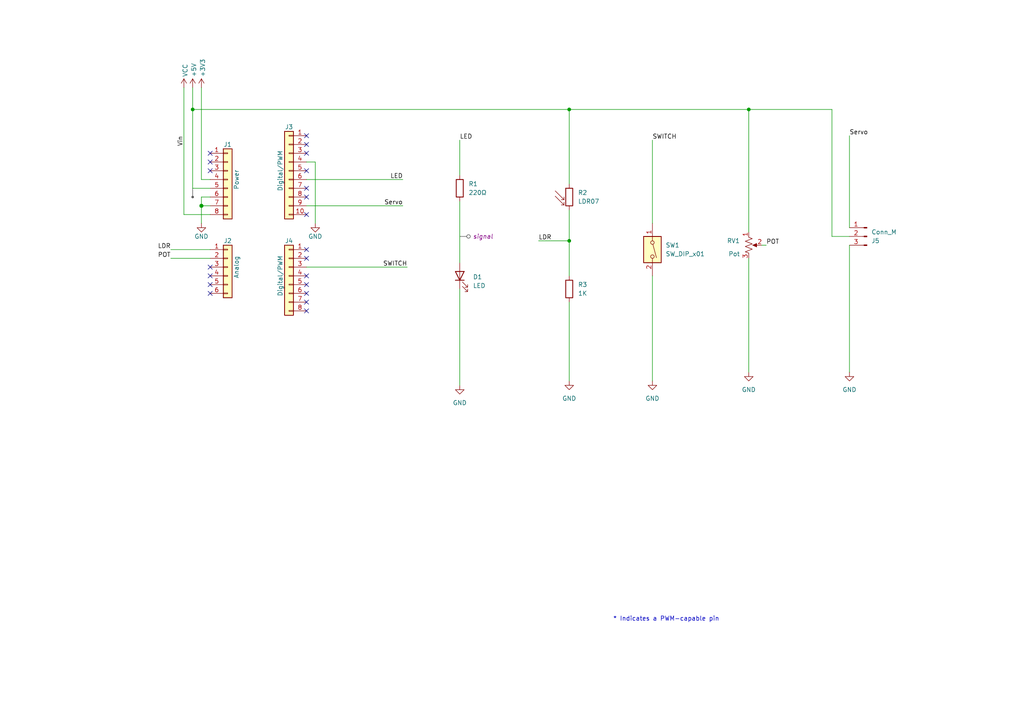
<source format=kicad_sch>
(kicad_sch (version 20230121) (generator eeschema)
  (paper "A4")
  (title_block (date "mar. 31 mars 2015"))
  (lib_symbols
    (symbol "Connector:Conn_01x03_Pin" (pin_names (offset 1.016) hide)
      (property "Reference" "J" (at 0 5.08 0))
      (property "Value" "Conn_01x03_Pin" (at 0 -5.08 0))
      (symbol "Conn_01x03_Pin_1_1"
        (polyline (pts (xy 1.27 -2.54) (xy 0.8636 -2.54)) (stroke (width 0.1524)))
        (polyline (pts (xy 1.27 0) (xy 0.8636 0)) (stroke (width 0.1524)))
        (polyline (pts (xy 1.27 2.54) (xy 0.8636 2.54)) (stroke (width 0.1524)))
        (rectangle (start 0.8636 -2.413) (end 0 -2.667) (stroke (width 0.1524)) (fill (type outline)))
        (rectangle (start 0.8636 0.127) (end 0 -0.127) (stroke (width 0.1524)) (fill (type outline)))
        (rectangle (start 0.8636 2.667) (end 0 2.413) (stroke (width 0.1524)) (fill (type outline)))
        (pin passive line (at 5.08 2.54 180) (length 3.81) (name "Pin_1") (number "1"))
        (pin passive line (at 5.08 0 180) (length 3.81) (name "Pin_2") (number "2"))
        (pin passive line (at 5.08 -2.54 180) (length 3.81) (name "Pin_3") (number "3"))
      )
    )
    (symbol "Connector_Generic:Conn_01x06" (pin_names (offset 1.016) hide)
      (property "Reference" "J" (at 0 7.62 0))
      (property "Value" "Conn_01x06" (at 0 -10.16 0))
      (symbol "Conn_01x06_1_1"
        (rectangle (start -1.27 -7.493) (end 0 -7.747) (stroke (width 0.1524)))
        (rectangle (start -1.27 -4.953) (end 0 -5.207) (stroke (width 0.1524)))
        (rectangle (start -1.27 -2.413) (end 0 -2.667) (stroke (width 0.1524)))
        (rectangle (start -1.27 0.127) (end 0 -0.127) (stroke (width 0.1524)))
        (rectangle (start -1.27 2.667) (end 0 2.413) (stroke (width 0.1524)))
        (rectangle (start -1.27 5.207) (end 0 4.953) (stroke (width 0.1524)))
        (rectangle (start -1.27 6.35) (end 1.27 -8.89) (stroke (width 0.254)) (fill (type background)))
        (pin passive line (at -5.08 5.08 0) (length 3.81) (name "Pin_1") (number "1"))
        (pin passive line (at -5.08 2.54 0) (length 3.81) (name "Pin_2") (number "2"))
        (pin passive line (at -5.08 0 0) (length 3.81) (name "Pin_3") (number "3"))
        (pin passive line (at -5.08 -2.54 0) (length 3.81) (name "Pin_4") (number "4"))
        (pin passive line (at -5.08 -5.08 0) (length 3.81) (name "Pin_5") (number "5"))
        (pin passive line (at -5.08 -7.62 0) (length 3.81) (name "Pin_6") (number "6"))
      )
    )
    (symbol "Connector_Generic:Conn_01x08" (pin_names (offset 1.016) hide)
      (property "Reference" "J" (at 0 10.16 0))
      (property "Value" "Conn_01x08" (at 0 -12.7 0))
      (symbol "Conn_01x08_1_1"
        (rectangle (start -1.27 -10.033) (end 0 -10.287) (stroke (width 0.1524)))
        (rectangle (start -1.27 -7.493) (end 0 -7.747) (stroke (width 0.1524)))
        (rectangle (start -1.27 -4.953) (end 0 -5.207) (stroke (width 0.1524)))
        (rectangle (start -1.27 -2.413) (end 0 -2.667) (stroke (width 0.1524)))
        (rectangle (start -1.27 0.127) (end 0 -0.127) (stroke (width 0.1524)))
        (rectangle (start -1.27 2.667) (end 0 2.413) (stroke (width 0.1524)))
        (rectangle (start -1.27 5.207) (end 0 4.953) (stroke (width 0.1524)))
        (rectangle (start -1.27 7.747) (end 0 7.493) (stroke (width 0.1524)))
        (rectangle (start -1.27 8.89) (end 1.27 -11.43) (stroke (width 0.254)) (fill (type background)))
        (pin passive line (at -5.08 7.62 0) (length 3.81) (name "Pin_1") (number "1"))
        (pin passive line (at -5.08 5.08 0) (length 3.81) (name "Pin_2") (number "2"))
        (pin passive line (at -5.08 2.54 0) (length 3.81) (name "Pin_3") (number "3"))
        (pin passive line (at -5.08 0 0) (length 3.81) (name "Pin_4") (number "4"))
        (pin passive line (at -5.08 -2.54 0) (length 3.81) (name "Pin_5") (number "5"))
        (pin passive line (at -5.08 -5.08 0) (length 3.81) (name "Pin_6") (number "6"))
        (pin passive line (at -5.08 -7.62 0) (length 3.81) (name "Pin_7") (number "7"))
        (pin passive line (at -5.08 -10.16 0) (length 3.81) (name "Pin_8") (number "8"))
      )
    )
    (symbol "Connector_Generic:Conn_01x10" (pin_names (offset 1.016) hide)
      (property "Reference" "J" (at 0 12.7 0))
      (property "Value" "Conn_01x10" (at 0 -15.24 0))
      (symbol "Conn_01x10_1_1"
        (rectangle (start -1.27 -12.573) (end 0 -12.827) (stroke (width 0.1524)))
        (rectangle (start -1.27 -10.033) (end 0 -10.287) (stroke (width 0.1524)))
        (rectangle (start -1.27 -7.493) (end 0 -7.747) (stroke (width 0.1524)))
        (rectangle (start -1.27 -4.953) (end 0 -5.207) (stroke (width 0.1524)))
        (rectangle (start -1.27 -2.413) (end 0 -2.667) (stroke (width 0.1524)))
        (rectangle (start -1.27 0.127) (end 0 -0.127) (stroke (width 0.1524)))
        (rectangle (start -1.27 2.667) (end 0 2.413) (stroke (width 0.1524)))
        (rectangle (start -1.27 5.207) (end 0 4.953) (stroke (width 0.1524)))
        (rectangle (start -1.27 7.747) (end 0 7.493) (stroke (width 0.1524)))
        (rectangle (start -1.27 10.287) (end 0 10.033) (stroke (width 0.1524)))
        (rectangle (start -1.27 11.43) (end 1.27 -13.97) (stroke (width 0.254)) (fill (type background)))
        (pin passive line (at -5.08 10.16 0) (length 3.81) (name "Pin_1") (number "1"))
        (pin passive line (at -5.08 -12.7 0) (length 3.81) (name "Pin_10") (number "10"))
        (pin passive line (at -5.08 7.62 0) (length 3.81) (name "Pin_2") (number "2"))
        (pin passive line (at -5.08 5.08 0) (length 3.81) (name "Pin_3") (number "3"))
        (pin passive line (at -5.08 2.54 0) (length 3.81) (name "Pin_4") (number "4"))
        (pin passive line (at -5.08 0 0) (length 3.81) (name "Pin_5") (number "5"))
        (pin passive line (at -5.08 -2.54 0) (length 3.81) (name "Pin_6") (number "6"))
        (pin passive line (at -5.08 -5.08 0) (length 3.81) (name "Pin_7") (number "7"))
        (pin passive line (at -5.08 -7.62 0) (length 3.81) (name "Pin_8") (number "8"))
        (pin passive line (at -5.08 -10.16 0) (length 3.81) (name "Pin_9") (number "9"))
      )
    )
    (symbol "Device:LED" (pin_numbers hide) (pin_names (offset 1.016) hide)
      (property "Reference" "D" (at 0 2.54 0))
      (property "Value" "LED" (at 0 -2.54 0))
      (symbol "LED_0_1"
        (polyline (pts (xy -1.27 -1.27) (xy -1.27 1.27)) (stroke (width 0.254)))
        (polyline (pts (xy -1.27 0) (xy 1.27 0)))
        (polyline (pts (xy 1.27 -1.27) (xy 1.27 1.27) (xy -1.27 0) (xy 1.27 -1.27)) (stroke (width 0.254)))
        (polyline (pts (xy -3.048 -0.762) (xy -4.572 -2.286) (xy -3.81 -2.286) (xy -4.572 -2.286) (xy -4.572 -1.524)))
        (polyline (pts (xy -1.778 -0.762) (xy -3.302 -2.286) (xy -2.54 -2.286) (xy -3.302 -2.286) (xy -3.302 -1.524)))
      )
      (symbol "LED_1_1"
        (pin passive line (at -3.81 0 0) (length 2.54) (name "K") (number "1"))
        (pin passive line (at 3.81 0 180) (length 2.54) (name "A") (number "2"))
      )
    )
    (symbol "Device:R" (pin_numbers hide) (pin_names (offset 0))
      (property "Reference" "R" (at 2.032 0 90))
      (property "Value" "R" (at 0 0 90))
      (symbol "R_0_1"
        (rectangle (start -1.016 -2.54) (end 1.016 2.54) (stroke (width 0.254)))
      )
      (symbol "R_1_1"
        (pin passive line (at 0 3.81 270) (length 1.27) (name "~") (number "1"))
        (pin passive line (at 0 -3.81 90) (length 1.27) (name "~") (number "2"))
      )
    )
    (symbol "Device:R_Potentiometer_US" (pin_names (offset 1.016) hide)
      (property "Reference" "RV" (at -4.445 0 90))
      (property "Value" "R_Potentiometer_US" (at -2.54 0 90))
      (symbol "R_Potentiometer_US_0_1"
        (polyline (pts (xy 0 -2.286) (xy 0 -2.54)))
        (polyline (pts (xy 0 2.54) (xy 0 2.286)))
        (polyline (pts (xy 2.54 0) (xy 1.524 0)))
        (polyline (pts (xy 1.143 0) (xy 2.286 0.508) (xy 2.286 -0.508) (xy 1.143 0)) (fill (type outline)))
        (polyline (pts (xy 0 -0.762) (xy 1.016 -1.143) (xy 0 -1.524) (xy -1.016 -1.905) (xy 0 -2.286)))
        (polyline (pts (xy 0 0.762) (xy 1.016 0.381) (xy 0 0) (xy -1.016 -0.381) (xy 0 -0.762)))
        (polyline (pts (xy 0 2.286) (xy 1.016 1.905) (xy 0 1.524) (xy -1.016 1.143) (xy 0 0.762)))
      )
      (symbol "R_Potentiometer_US_1_1"
        (pin passive line (at 0 3.81 270) (length 1.27) (name "1") (number "1"))
        (pin passive line (at 3.81 0 180) (length 1.27) (name "2") (number "2"))
        (pin passive line (at 0 -3.81 90) (length 1.27) (name "3") (number "3"))
      )
    )
    (symbol "GND_2" (power) (pin_names (offset 0))
      (property "Value" "GND_2" (at 0 -3.81 0))
      (symbol "GND_2_0_1"
        (polyline (pts (xy 0 0) (xy 0 -1.27) (xy 1.27 -1.27) (xy 0 -2.54) (xy -1.27 -1.27) (xy 0 -1.27)))
      )
      (symbol "GND_2_1_1"
        (pin power_in line (at 0 0 270) (length 0) hide (name "GND") (number "1"))
      )
    )
    (symbol "GND_3" (power) (pin_names (offset 0))
      (property "Value" "GND_3" (at 0 -3.81 0))
      (symbol "GND_3_0_1"
        (polyline (pts (xy 0 0) (xy 0 -1.27) (xy 1.27 -1.27) (xy 0 -2.54) (xy -1.27 -1.27) (xy 0 -1.27)))
      )
      (symbol "GND_3_1_1"
        (pin power_in line (at 0 0 270) (length 0) hide (name "GND") (number "1"))
      )
    )
    (symbol "GND_4" (power) (pin_names (offset 0))
      (property "Value" "GND_4" (at 0 -3.81 0))
      (symbol "GND_4_0_1"
        (polyline (pts (xy 0 0) (xy 0 -1.27) (xy 1.27 -1.27) (xy 0 -2.54) (xy -1.27 -1.27) (xy 0 -1.27)))
      )
      (symbol "GND_4_1_1"
        (pin power_in line (at 0 0 270) (length 0) hide (name "GND") (number "1"))
      )
    )
    (symbol "GND_5" (power) (pin_names (offset 0))
      (property "Value" "GND_5" (at 0 -3.81 0))
      (symbol "GND_5_0_1"
        (polyline (pts (xy 0 0) (xy 0 -1.27) (xy 1.27 -1.27) (xy 0 -2.54) (xy -1.27 -1.27) (xy 0 -1.27)))
      )
      (symbol "GND_5_1_1"
        (pin power_in line (at 0 0 270) (length 0) hide (name "GND") (number "1"))
      )
    )
    (symbol "GND_6" (power) (pin_names (offset 0))
      (property "Value" "GND_6" (at 0 -3.81 0))
      (symbol "GND_6_0_1"
        (polyline (pts (xy 0 0) (xy 0 -1.27) (xy 1.27 -1.27) (xy 0 -2.54) (xy -1.27 -1.27) (xy 0 -1.27)))
      )
      (symbol "GND_6_1_1"
        (pin power_in line (at 0 0 270) (length 0) hide (name "GND") (number "1"))
      )
    )
    (symbol "Sensor_Optical:LDR07" (pin_numbers hide) (pin_names (offset 0))
      (property "Reference" "R" (at -5.08 0 90))
      (property "Value" "LDR07" (at 1.905 0 90))
      (symbol "LDR07_0_1"
        (rectangle (start -1.016 2.54) (end 1.016 -2.54) (stroke (width 0.254)))
        (polyline (pts (xy -1.524 -2.286) (xy -4.064 0.254)))
        (polyline (pts (xy -1.524 -2.286) (xy -2.286 -2.286)))
        (polyline (pts (xy -1.524 -2.286) (xy -1.524 -1.524)))
        (polyline (pts (xy -1.524 -0.762) (xy -4.064 1.778)))
        (polyline (pts (xy -1.524 -0.762) (xy -2.286 -0.762)))
        (polyline (pts (xy -1.524 -0.762) (xy -1.524 0)))
      )
      (symbol "LDR07_1_1"
        (pin passive line (at 0 3.81 270) (length 1.27) (name "~") (number "1"))
        (pin passive line (at 0 -3.81 90) (length 1.27) (name "~") (number "2"))
      )
    )
    (symbol "Switch:SW_DIP_x01" (pin_names (offset 0) hide)
      (property "Reference" "SW" (at 0 3.81 0))
      (property "Value" "SW_DIP_x01" (at 0 -3.81 0))
      (symbol "SW_DIP_x01_0_0"
        (circle (center -2.032 0) (radius 0.508))
        (polyline (pts (xy -1.524 0.127) (xy 2.3622 1.1684)))
        (circle (center 2.032 0) (radius 0.508))
      )
      (symbol "SW_DIP_x01_0_1"
        (rectangle (start -3.81 2.54) (end 3.81 -2.54) (stroke (width 0.254)) (fill (type background)))
      )
      (symbol "SW_DIP_x01_1_1"
        (pin passive line (at -7.62 0 0) (length 5.08) (name "~") (number "1"))
        (pin passive line (at 7.62 0 180) (length 5.08) (name "~") (number "2"))
      )
    )
    (symbol "power:+3V3" (power) (pin_names (offset 0))
      (property "Value" "+3V3" (at 0 3.556 0))
      (symbol "+3V3_0_1"
        (polyline (pts (xy -0.762 1.27) (xy 0 2.54)))
        (polyline (pts (xy 0 0) (xy 0 2.54)))
        (polyline (pts (xy 0 2.54) (xy 0.762 1.27)))
      )
      (symbol "+3V3_1_1"
        (pin power_in line (at 0 0 90) (length 0) hide (name "+3V3") (number "1"))
      )
    )
    (symbol "power:+5V" (power) (pin_names (offset 0))
      (property "Value" "+5V" (at 0 3.556 0))
      (symbol "+5V_0_1"
        (polyline (pts (xy -0.762 1.27) (xy 0 2.54)))
        (polyline (pts (xy 0 0) (xy 0 2.54)))
        (polyline (pts (xy 0 2.54) (xy 0.762 1.27)))
      )
      (symbol "+5V_1_1"
        (pin power_in line (at 0 0 90) (length 0) hide (name "+5V") (number "1"))
      )
    )
    (symbol "power:GND" (power) (pin_names (offset 0))
      (property "Value" "GND" (at 0 -3.81 0))
      (symbol "GND_0_1"
        (polyline (pts (xy 0 0) (xy 0 -1.27) (xy 1.27 -1.27) (xy 0 -2.54) (xy -1.27 -1.27) (xy 0 -1.27)))
      )
      (symbol "GND_1_1"
        (pin power_in line (at 0 0 270) (length 0) hide (name "GND") (number "1"))
      )
    )
    (symbol "power:VCC" (power) (pin_names (offset 0))
      (property "Value" "VCC" (at 0 3.81 0))
      (symbol "VCC_0_1"
        (polyline (pts (xy -0.762 1.27) (xy 0 2.54)))
        (polyline (pts (xy 0 0) (xy 0 2.54)))
        (polyline (pts (xy 0 2.54) (xy 0.762 1.27)))
      )
      (symbol "VCC_1_1"
        (pin power_in line (at 0 0 90) (length 0) hide (name "VCC") (number "1"))
      )
    )
  )
  (junction (at 217.17 31.75))
  (junction (at 58.42 59.69) (diameter 1.016))
  (junction (at 55.88 31.75))
  (junction (at 165.1 31.75))
  (junction (at 165.1 69.85))
  (no_connect (at 60.96 49.53))
  (no_connect (at 88.9 74.93))
  (no_connect (at 60.96 77.47))
  (no_connect (at 88.9 49.53))
  (no_connect (at 60.96 85.09))
  (no_connect (at 88.9 85.09))
  (no_connect (at 88.9 90.17))
  (no_connect (at 88.9 54.61))
  (no_connect (at 88.9 72.39))
  (no_connect (at 60.96 80.01))
  (no_connect (at 88.9 41.91))
  (no_connect (at 88.9 44.45))
  (no_connect (at 88.9 62.23))
  (no_connect (at 88.9 82.55))
  (no_connect (at 88.9 80.01))
  (no_connect (at 88.9 39.37))
  (no_connect (at 88.9 87.63))
  (no_connect (at 60.96 44.45))
  (no_connect (at 60.96 46.99))
  (no_connect (at 88.9 57.15))
  (no_connect (at 60.96 82.55))
  (wire (pts (xy 55.88 31.75) (xy 165.1 31.75)))
  (wire (pts (xy 189.23 40.64) (xy 189.23 64.77)))
  (wire (pts (xy 246.38 107.95) (xy 246.38 71.12)))
  (wire (pts (xy 246.38 39.37) (xy 246.38 66.04)))
  (wire (pts (xy 58.42 57.15) (xy 58.42 59.69)))
  (wire (pts (xy 165.1 87.63) (xy 165.1 110.49)))
  (wire (pts (xy 189.23 80.01) (xy 189.23 110.49)))
  (wire (pts (xy 58.42 59.69) (xy 58.42 64.77)))
  (wire (pts (xy 58.42 52.07) (xy 60.96 52.07)))
  (wire (pts (xy 165.1 31.75) (xy 165.1 53.34)))
  (wire (pts (xy 55.88 54.61) (xy 60.96 54.61)))
  (wire (pts (xy 133.35 83.82) (xy 133.35 111.76)))
  (wire (pts (xy 58.42 25.4) (xy 58.42 52.07)))
  (wire (pts (xy 88.9 52.07) (xy 116.84 52.07)))
  (wire (pts (xy 49.53 72.39) (xy 60.96 72.39)))
  (wire (pts (xy 165.1 69.85) (xy 165.1 80.01)))
  (wire (pts (xy 156.21 69.85) (xy 165.1 69.85)))
  (wire (pts (xy 88.9 59.69) (xy 116.84 59.69)))
  (wire (pts (xy 222.25 71.12) (xy 220.98 71.12)))
  (wire (pts (xy 49.53 74.93) (xy 60.96 74.93)))
  (wire (pts (xy 241.3 68.58) (xy 246.38 68.58)))
  (wire (pts (xy 91.44 46.99) (xy 91.44 64.77)))
  (wire (pts (xy 88.9 77.47) (xy 118.11 77.47)))
  (wire (pts (xy 217.17 31.75) (xy 241.3 31.75)))
  (wire (pts (xy 165.1 31.75) (xy 217.17 31.75)))
  (wire (pts (xy 60.96 59.69) (xy 58.42 59.69)))
  (wire (pts (xy 55.88 31.75) (xy 55.88 54.61)))
  (wire (pts (xy 60.96 62.23) (xy 53.34 62.23)))
  (wire (pts (xy 217.17 31.75) (xy 217.17 67.31)))
  (wire (pts (xy 88.9 46.99) (xy 91.44 46.99)))
  (wire (pts (xy 60.96 57.15) (xy 58.42 57.15)))
  (wire (pts (xy 133.35 58.42) (xy 133.35 76.2)))
  (wire (pts (xy 133.35 40.64) (xy 133.35 50.8)))
  (wire (pts (xy 55.88 25.4) (xy 55.88 31.75)))
  (wire (pts (xy 241.3 31.75) (xy 241.3 68.58)))
  (wire (pts (xy 217.17 74.93) (xy 217.17 107.95)))
  (wire (pts (xy 165.1 60.96) (xy 165.1 69.85)))
  (wire (pts (xy 53.34 62.23) (xy 53.34 25.4)))
  (text "* Indicates a PWM-capable pin" (at 177.8 180.34 0) (effects (font (size 1.27 1.27)) (justify left bottom)))
  (label "POT" (at 49.53 74.93 180))
  (label "Servo" (at 246.38 39.37 0))
  (label "POT" (at 222.25 71.12 0))
  (label "LED" (at 133.35 40.64 0))
  (label "SWITCH" (at 189.23 40.64 0))
  (label "LED" (at 116.84 52.07 180))
  (label "Vin" (at 53.34 39.37 270))
  (label "SWITCH" (at 118.11 77.47 180))
  (label "Servo" (at 116.84 59.69 180))
  (label "LDR" (at 49.53 72.39 180))
  (label "LDR" (at 156.21 69.85 0))
  (netclass_flag "" (length 2.54) (shape round) (at 133.35 68.58 270) (property "Netclass" "signal" (at 137.16 68.58 0) (effects (font italic) (justify left))))
  (netclass_flag "" (length 2.54) (shape dot) (at 55.88 54.61 180) (property "Netclass" "power" (effects hide)))
  (symbol (lib_id "Connector_Generic:Conn_01x08") (at 66.04 52.07 0) (unit 1)
    (property "Reference" "J1" (at 66.04 41.91 0))
    (property "Value" "Power" (at 68.58 52.07 90))
    (property "Footprint" "Connector_PinSocket_2.54mm:PinSocket_1x08_P2.54mm_Vertical" (effects hide))
  )
  (symbol (lib_id "power:+3V3") (at 58.42 25.4 0) (unit 1)
    (property "Reference" "#PWR03" (effects hide))
    (property "Value" "+3.3V" (at 58.801 22.352 90) (effects (justify left)))
  )
  (symbol (lib_id "power:+5V") (at 55.88 25.4 0) (unit 1)
    (property "Reference" "#PWR02" (effects hide))
    (property "Value" "+5V" (at 56.2356 22.352 90) (effects (justify left)))
  )
  (symbol (lib_id "power:GND") (at 58.42 64.77 0) (unit 1)
    (property "Reference" "#PWR04" (effects hide))
    (property "Value" "GND" (at 58.42 68.58 0))
  )
  (symbol (lib_id "Connector_Generic:Conn_01x10") (at 83.82 49.53 0) (mirror y) (unit 1)
    (property "Reference" "J3" (at 83.82 36.83 0))
    (property "Value" "Digital/PWM" (at 81.28 49.53 90))
    (property "Footprint" "Connector_PinSocket_2.54mm:PinSocket_1x10_P2.54mm_Vertical" (effects hide))
  )
  (symbol (lib_id "power:GND") (at 91.44 64.77 0) (unit 1)
    (property "Reference" "#PWR05" (effects hide))
    (property "Value" "GND" (at 91.44 68.58 0))
  )
  (symbol (lib_id "Connector_Generic:Conn_01x06") (at 66.04 77.47 0) (unit 1)
    (property "Reference" "J2" (at 66.04 69.85 0))
    (property "Value" "Analog" (at 68.58 77.47 90))
    (property "Footprint" "Connector_PinSocket_2.54mm:PinSocket_1x06_P2.54mm_Vertical" (effects hide))
  )
  (symbol (lib_id "Connector_Generic:Conn_01x08") (at 83.82 80.01 0) (mirror y) (unit 1)
    (property "Reference" "J4" (at 83.82 69.85 0))
    (property "Value" "Digital/PWM" (at 81.28 80.01 90))
    (property "Footprint" "Connector_PinSocket_2.54mm:PinSocket_1x08_P2.54mm_Vertical" (effects hide))
  )
  (symbol (lib_id "Connector:Conn_01x03_Pin") (at 251.46 68.58 0) (mirror y) (unit 1)
    (property "Reference" "J5" (at 252.73 69.85 0) (effects (justify right)))
    (property "Value" "Conn_M" (at 252.73 67.31 0) (effects (justify right)))
    (property "Footprint" "Connector_PinHeader_2.54mm:PinHeader_1x03_P2.54mm_Horizontal" (effects hide))
  )
  (symbol (lib_id "Device:LED") (at 133.35 80.01 90) (unit 1)
    (property "Reference" "D1" (at 137.16 80.3275 90) (effects (justify right)))
    (property "Value" "LED" (at 137.16 82.8675 90) (effects (justify right)))
    (property "Footprint" "LED_THT:LED_D5.0mm_Clear" (effects hide))
  )
  (symbol (lib_id "Sensor_Optical:LDR07") (at 165.1 57.15 0) (unit 1)
    (property "Reference" "R2" (at 167.64 55.88 0) (effects (justify left)))
    (property "Value" "LDR07" (at 167.64 58.42 0) (effects (justify left)))
    (property "Footprint" "OptoDevice:R_LDR_5.1x4.3mm_P3.4mm_Vertical" (effects hide))
    (property "Datasheet" "http://www.tme.eu/de/Document/f2e3ad76a925811312d226c31da4cd7e/LDR07.pdf" (effects hide))
  )
  (symbol (lib_id "Switch:SW_DIP_x01") (at 189.23 72.39 270) (unit 1)
    (property "Reference" "SW1" (at 193.04 71.12 90) (effects (justify left)))
    (property "Value" "SW_DIP_x01" (at 193.04 73.66 90) (effects (justify left)))
    (property "Footprint" "Button_Switch_THT:SW_DIP_SPSTx01_Slide_9.78x4.72mm_W7.62mm_P2.54mm" (effects hide))
  )
  (symbol (lib_id "power:VCC") (at 53.34 25.4 0) (unit 1)
    (property "Reference" "#PWR01" (effects hide))
    (property "Value" "VCC" (at 53.721 22.352 90) (effects (justify left)))
  )
  (symbol (lib_name "GND_5") (lib_id "power:GND") (at 189.23 110.49 0) (unit 1)
    (property "Reference" "#PWR08" (effects hide))
    (property "Value" "GND" (at 189.23 115.57 0))
  )
  (symbol (lib_id "Device:R_Potentiometer_US") (at 217.17 71.12 0) (unit 1)
    (property "Reference" "RV1" (at 214.63 69.85 0) (effects (justify right)))
    (property "Value" "Pot" (at 214.63 73.66 0) (effects (justify right)))
    (property "Footprint" "Potentiometer_THT:Potentiometer_ACP_CA9-V10_Vertical" (effects hide))
  )
  (symbol (lib_id "Device:R") (at 133.35 54.61 0) (unit 1)
    (property "Reference" "R1" (at 135.89 53.34 0) (effects (justify left)))
    (property "Value" "220Ω" (at 135.89 55.88 0) (effects (justify left)))
    (property "Footprint" "Resistor_THT:R_Axial_DIN0207_L6.3mm_D2.5mm_P15.24mm_Horizontal" (effects hide))
  )
  (symbol (lib_name "GND_4") (lib_id "power:GND") (at 246.38 107.95 0) (unit 1)
    (property "Reference" "#PWR010" (effects hide))
    (property "Value" "GND" (at 246.38 113.03 0))
  )
  (symbol (lib_name "GND_6") (lib_id "power:GND") (at 217.17 107.95 0) (unit 1)
    (property "Reference" "#PWR09" (effects hide))
    (property "Value" "GND" (at 217.17 113.03 0))
  )
  (symbol (lib_id "Device:R") (at 165.1 83.82 0) (unit 1)
    (property "Reference" "R3" (at 167.64 82.55 0) (effects (justify left)))
    (property "Value" "1K" (at 167.64 85.09 0) (effects (justify left)))
    (property "Footprint" "Resistor_THT:R_Axial_DIN0207_L6.3mm_D2.5mm_P15.24mm_Horizontal" (effects hide))
  )
  (symbol (lib_name "GND_2") (lib_id "power:GND") (at 133.35 111.76 0) (unit 1)
    (property "Reference" "#PWR06" (effects hide))
    (property "Value" "GND" (at 133.35 116.84 0))
  )
  (symbol (lib_name "GND_3") (lib_id "power:GND") (at 165.1 110.49 0) (unit 1)
    (property "Reference" "#PWR07" (effects hide))
    (property "Value" "GND" (at 165.1 115.57 0))
  )
)
</source>
